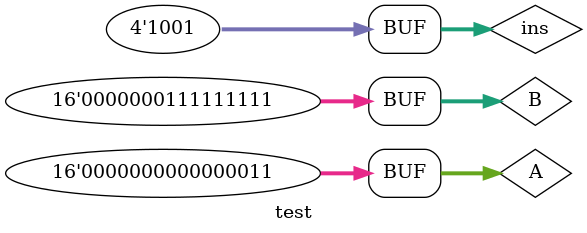
<source format=v>
module test ();

reg [15:0] A, B;
reg [3:0] ins;
wire signed [15:0] out, hi;
wire [2:0] flags;

alu alu_test (out, flags, hi, A, B, ins);

initial begin
  A <= 3;
  B <= 511;
  $display("alu: A = 3, B = 511");
  ins <= 1;
  #10
  ins <= 2;
  #10
  ins <= 3;
  #10
  ins <= 4;
  #10
  ins <= 5;
  #10
  ins <= 6;
  #10
  ins <= 7;
  #10
  ins <= 8;
  #10
  ins <= 9;
end

initial begin
  // $monitor("alu: ins = %4b => out = %4d, flags = %3b, hi = %4d", ins, out, flags, hi);
end

endmodule

</source>
